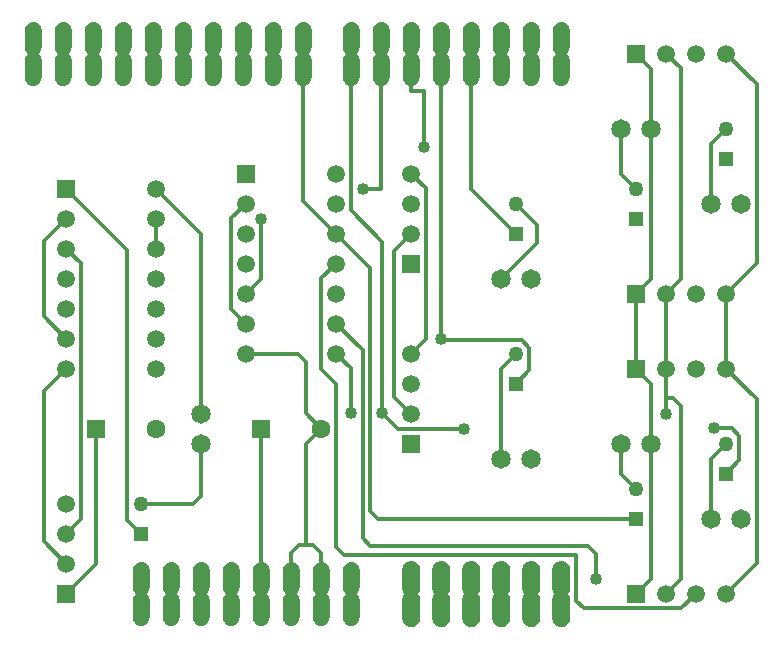
<source format=gbr>
G04 DipTrace 2.4.0.2*
%INBottom.gbr*%
%MOIN*%
%ADD14C,0.013*%
%ADD16C,0.05*%
%ADD17R,0.05X0.05*%
%ADD18R,0.0591X0.0591*%
%ADD19C,0.0591*%
%ADD20C,0.065*%
%ADD21C,0.063*%
%ADD22R,0.063X0.063*%
%ADD23C,0.04*%
%FSLAX44Y44*%
G04*
G70*
G90*
G75*
G01*
%LNBottom*%
%LPD*%
X10440Y11440D2*
D14*
Y17440D1*
X8940Y18940D1*
X6940Y10940D2*
Y6440D1*
X5940Y5440D1*
X24940D2*
X25440Y5940D1*
Y10440D1*
X12440Y5940D2*
Y10940D1*
X25440Y20940D2*
Y22940D1*
X24940Y23440D1*
Y15440D2*
X25440Y15940D1*
Y20940D1*
X24940Y12940D2*
Y15440D1*
X25440Y10440D2*
Y12440D1*
X24940Y12940D1*
X27940Y5440D2*
X28960Y6460D1*
Y11920D1*
X27940Y12940D1*
X17440Y13440D2*
X17930Y13930D1*
Y18950D1*
X17440Y19440D1*
X27940Y15440D2*
X28960Y16460D1*
Y22420D1*
X27940Y23440D1*
Y12940D2*
Y15440D1*
X11940Y18440D2*
X11450Y17950D1*
Y14930D1*
X11940Y14440D1*
X5940Y13940D2*
X5190Y14690D1*
Y17190D1*
X5940Y17940D1*
X14940Y14440D2*
X15825Y13555D1*
Y7283D1*
X16085Y7023D1*
X23330D1*
X23590Y6763D1*
Y5940D1*
X5940Y18940D2*
X7976Y16905D1*
Y7905D1*
X8440Y7440D1*
X19440Y22940D2*
Y18940D1*
X20940Y17440D1*
Y12440D2*
X21385Y12885D1*
Y13625D1*
X21125Y13885D1*
X18485D1*
X18440Y13930D1*
Y22940D1*
Y13930D2*
D3*
X17440Y22940D2*
Y22210D1*
X17874D1*
Y20325D1*
X16440Y22940D2*
Y18930D1*
X15835D1*
X12430Y17930D2*
Y15930D1*
X11940Y15440D1*
X27530Y10960D2*
X28125D1*
X28385Y10700D1*
Y9885D1*
X27940Y9440D1*
X15430Y11450D2*
Y12950D1*
X14940Y13440D1*
X16480Y11450D2*
X17000Y10930D1*
X19193D1*
X15440Y22940D2*
Y18220D1*
X16480Y17180D1*
Y11450D1*
X14940Y17440D2*
X16085Y16295D1*
Y8200D1*
X16345Y7940D1*
X24940D1*
X13840Y22940D2*
Y18540D1*
X14940Y17440D1*
X25940Y23440D2*
X26430Y22950D1*
Y15930D1*
X25940Y15440D1*
X11940Y13440D2*
X13670D1*
X13930Y13180D1*
Y11450D1*
X14440Y10940D1*
X13930Y10430D1*
Y7061D1*
X14180D1*
X14440Y6801D1*
Y5940D1*
X5940Y12940D2*
X5190Y12190D1*
Y7190D1*
X5940Y6440D1*
X17440Y11440D2*
X16875Y12006D1*
Y16875D1*
X17440Y17440D1*
X25940Y12940D2*
Y11970D1*
X26170D1*
X26430Y11710D1*
Y5930D1*
X25940Y5440D1*
Y11440D2*
Y11970D1*
Y15440D2*
Y12940D1*
X13440Y5940D2*
Y6801D1*
X13700Y7061D1*
X13930D1*
X20940Y18440D2*
X21645Y17735D1*
Y17145D1*
X20440Y15940D1*
X20940Y13440D2*
X20440Y12940D1*
Y9940D1*
X24940Y18940D2*
X24440Y19440D1*
Y20940D1*
X8440Y8440D2*
X10180D1*
X10440Y8700D1*
Y10440D1*
X27940Y20940D2*
X27440Y20440D1*
Y18440D1*
X5940Y7440D2*
X6430Y7930D1*
Y16450D1*
X5940Y16940D1*
X14940Y16440D2*
X14450Y15950D1*
Y12940D1*
X14950Y12440D1*
Y6990D1*
X15210Y6731D1*
X22935D1*
Y5210D1*
X23195Y4950D1*
X26450D1*
X26940Y5440D1*
X27940Y10440D2*
X27440Y9940D1*
Y7940D1*
X8940Y16940D2*
Y17940D1*
X24940Y8940D2*
X24440Y9440D1*
Y10440D1*
D23*
X23590Y5940D3*
X18440Y13930D3*
X17874Y20325D3*
X12430Y17930D3*
X15835Y18930D3*
X19193Y10930D3*
X27530Y10960D3*
X16480Y11450D3*
X15430D3*
X25940Y11440D3*
G36*
X17140Y5240D2*
X17158Y5343D1*
X17210Y5433D1*
X17290Y5500D1*
X17388Y5536D1*
X17492D1*
X17590Y5500D1*
X17670Y5433D1*
X17722Y5343D1*
X17740Y5240D1*
Y4640D1*
X17722Y4538D1*
X17670Y4448D1*
X17590Y4380D1*
X17493Y4345D1*
X17388D1*
X17290Y4380D1*
X17211Y4447D1*
X17158Y4537D1*
X17140Y4640D1*
Y5240D1*
G37*
G36*
X18140D2*
X18158Y5343D1*
X18210Y5433D1*
X18290Y5500D1*
X18388Y5536D1*
X18492D1*
X18590Y5500D1*
X18670Y5433D1*
X18722Y5343D1*
X18740Y5240D1*
Y4640D1*
X18722Y4538D1*
X18670Y4448D1*
X18590Y4380D1*
X18493Y4345D1*
X18388D1*
X18290Y4380D1*
X18211Y4447D1*
X18158Y4537D1*
X18140Y4640D1*
Y5240D1*
G37*
G36*
X19140D2*
X19158Y5343D1*
X19210Y5433D1*
X19290Y5500D1*
X19388Y5536D1*
X19492D1*
X19590Y5500D1*
X19670Y5433D1*
X19722Y5343D1*
X19740Y5240D1*
Y4640D1*
X19722Y4538D1*
X19670Y4448D1*
X19590Y4380D1*
X19493Y4345D1*
X19388D1*
X19290Y4380D1*
X19211Y4447D1*
X19158Y4537D1*
X19140Y4640D1*
Y5240D1*
G37*
G36*
X20140D2*
X20158Y5343D1*
X20210Y5433D1*
X20290Y5500D1*
X20388Y5536D1*
X20492D1*
X20590Y5500D1*
X20670Y5433D1*
X20722Y5343D1*
X20740Y5240D1*
Y4640D1*
X20722Y4538D1*
X20670Y4448D1*
X20590Y4380D1*
X20493Y4345D1*
X20388D1*
X20290Y4380D1*
X20211Y4447D1*
X20158Y4537D1*
X20140Y4640D1*
Y5240D1*
G37*
G36*
X21140D2*
X21158Y5343D1*
X21210Y5433D1*
X21290Y5500D1*
X21388Y5536D1*
X21492D1*
X21590Y5500D1*
X21670Y5433D1*
X21722Y5343D1*
X21740Y5240D1*
Y4640D1*
X21722Y4538D1*
X21670Y4448D1*
X21590Y4380D1*
X21493Y4345D1*
X21388D1*
X21290Y4380D1*
X21211Y4447D1*
X21158Y4537D1*
X21140Y4640D1*
Y5240D1*
G37*
G36*
X22140D2*
X22158Y5343D1*
X22210Y5433D1*
X22290Y5500D1*
X22388Y5536D1*
X22492D1*
X22590Y5500D1*
X22670Y5433D1*
X22722Y5343D1*
X22740Y5240D1*
Y4640D1*
X22722Y4538D1*
X22670Y4448D1*
X22590Y4380D1*
X22493Y4345D1*
X22388D1*
X22290Y4380D1*
X22211Y4447D1*
X22158Y4537D1*
X22140Y4640D1*
Y5240D1*
G37*
G36*
X22727Y23653D2*
X22710Y23555D1*
X22660Y23469D1*
X22584Y23405D1*
X22490Y23371D1*
X22391Y23370D1*
X22297Y23404D1*
X22220Y23468D1*
X22171Y23555D1*
X22153Y23653D1*
Y24227D1*
X22170Y24325D1*
X22220Y24411D1*
X22296Y24476D1*
X22390Y24510D1*
X22490D1*
X22583Y24476D1*
X22660Y24412D1*
X22710Y24326D1*
X22727Y24227D1*
Y23653D1*
G37*
G36*
X21727D2*
X21710Y23555D1*
X21660Y23469D1*
X21584Y23405D1*
X21490Y23371D1*
X21391Y23370D1*
X21297Y23404D1*
X21220Y23468D1*
X21171Y23555D1*
X21153Y23653D1*
Y24227D1*
X21170Y24325D1*
X21220Y24411D1*
X21296Y24476D1*
X21390Y24510D1*
X21490D1*
X21583Y24476D1*
X21660Y24412D1*
X21710Y24326D1*
X21727Y24227D1*
Y23653D1*
G37*
G36*
X20727D2*
X20710Y23555D1*
X20660Y23469D1*
X20584Y23405D1*
X20490Y23371D1*
X20391Y23370D1*
X20297Y23404D1*
X20220Y23468D1*
X20171Y23555D1*
X20153Y23653D1*
Y24227D1*
X20170Y24325D1*
X20220Y24411D1*
X20296Y24476D1*
X20390Y24510D1*
X20490D1*
X20583Y24476D1*
X20660Y24412D1*
X20710Y24326D1*
X20727Y24227D1*
Y23653D1*
G37*
G36*
X19727D2*
X19710Y23555D1*
X19660Y23469D1*
X19584Y23405D1*
X19490Y23371D1*
X19391Y23370D1*
X19297Y23404D1*
X19220Y23468D1*
X19171Y23555D1*
X19153Y23653D1*
Y24227D1*
X19170Y24325D1*
X19220Y24411D1*
X19296Y24476D1*
X19390Y24510D1*
X19490D1*
X19583Y24476D1*
X19660Y24412D1*
X19710Y24326D1*
X19727Y24227D1*
Y23653D1*
G37*
G36*
X18727D2*
X18710Y23555D1*
X18660Y23469D1*
X18584Y23405D1*
X18490Y23371D1*
X18391Y23370D1*
X18297Y23404D1*
X18220Y23468D1*
X18171Y23555D1*
X18153Y23653D1*
Y24227D1*
X18170Y24325D1*
X18220Y24411D1*
X18296Y24476D1*
X18390Y24510D1*
X18490D1*
X18583Y24476D1*
X18660Y24412D1*
X18710Y24326D1*
X18727Y24227D1*
Y23653D1*
G37*
G36*
X17727D2*
X17710Y23555D1*
X17660Y23469D1*
X17584Y23405D1*
X17490Y23371D1*
X17391Y23370D1*
X17297Y23404D1*
X17220Y23468D1*
X17171Y23555D1*
X17153Y23653D1*
Y24227D1*
X17170Y24325D1*
X17220Y24411D1*
X17296Y24476D1*
X17390Y24510D1*
X17490D1*
X17583Y24476D1*
X17660Y24412D1*
X17710Y24326D1*
X17727Y24227D1*
Y23653D1*
G37*
G36*
X16727D2*
X16710Y23555D1*
X16660Y23469D1*
X16584Y23405D1*
X16490Y23371D1*
X16391Y23370D1*
X16297Y23404D1*
X16220Y23468D1*
X16171Y23555D1*
X16153Y23653D1*
Y24227D1*
X16170Y24325D1*
X16220Y24411D1*
X16296Y24476D1*
X16390Y24510D1*
X16490D1*
X16583Y24476D1*
X16660Y24412D1*
X16710Y24326D1*
X16727Y24227D1*
Y23653D1*
G37*
G36*
X15727D2*
X15710Y23555D1*
X15660Y23469D1*
X15584Y23405D1*
X15490Y23371D1*
X15391Y23370D1*
X15297Y23404D1*
X15220Y23468D1*
X15171Y23555D1*
X15153Y23653D1*
Y24227D1*
X15170Y24325D1*
X15220Y24411D1*
X15296Y24476D1*
X15390Y24510D1*
X15490D1*
X15583Y24476D1*
X15660Y24412D1*
X15710Y24326D1*
X15727Y24227D1*
Y23653D1*
G37*
G36*
X8153Y5227D2*
X8170Y5325D1*
X8220Y5411D1*
X8296Y5476D1*
X8390Y5510D1*
X8490D1*
X8583Y5476D1*
X8660Y5412D1*
X8710Y5326D1*
X8727Y5227D1*
Y4653D1*
X8710Y4555D1*
X8660Y4469D1*
X8584Y4405D1*
X8490Y4371D1*
X8391Y4370D1*
X8297Y4404D1*
X8220Y4468D1*
X8171Y4555D1*
X8153Y4653D1*
Y5227D1*
G37*
G36*
X9153D2*
X9170Y5325D1*
X9220Y5411D1*
X9296Y5476D1*
X9390Y5510D1*
X9490D1*
X9583Y5476D1*
X9660Y5412D1*
X9710Y5326D1*
X9727Y5227D1*
Y4653D1*
X9710Y4555D1*
X9660Y4469D1*
X9584Y4405D1*
X9490Y4371D1*
X9391Y4370D1*
X9297Y4404D1*
X9220Y4468D1*
X9171Y4555D1*
X9153Y4653D1*
Y5227D1*
G37*
G36*
X10153D2*
X10170Y5325D1*
X10220Y5411D1*
X10296Y5476D1*
X10390Y5510D1*
X10490D1*
X10583Y5476D1*
X10660Y5412D1*
X10710Y5326D1*
X10727Y5227D1*
Y4653D1*
X10710Y4555D1*
X10660Y4469D1*
X10584Y4405D1*
X10490Y4371D1*
X10391Y4370D1*
X10297Y4404D1*
X10220Y4468D1*
X10171Y4555D1*
X10153Y4653D1*
Y5227D1*
G37*
G36*
X11153D2*
X11170Y5325D1*
X11220Y5411D1*
X11296Y5476D1*
X11390Y5510D1*
X11490D1*
X11583Y5476D1*
X11660Y5412D1*
X11710Y5326D1*
X11727Y5227D1*
Y4653D1*
X11710Y4555D1*
X11660Y4469D1*
X11584Y4405D1*
X11490Y4371D1*
X11391Y4370D1*
X11297Y4404D1*
X11220Y4468D1*
X11171Y4555D1*
X11153Y4653D1*
Y5227D1*
G37*
G36*
X12153D2*
X12170Y5325D1*
X12220Y5411D1*
X12296Y5476D1*
X12390Y5510D1*
X12490D1*
X12583Y5476D1*
X12660Y5412D1*
X12710Y5326D1*
X12727Y5227D1*
Y4653D1*
X12710Y4555D1*
X12660Y4469D1*
X12584Y4405D1*
X12490Y4371D1*
X12391Y4370D1*
X12297Y4404D1*
X12220Y4468D1*
X12171Y4555D1*
X12153Y4653D1*
Y5227D1*
G37*
G36*
X13153D2*
X13170Y5325D1*
X13220Y5411D1*
X13296Y5476D1*
X13390Y5510D1*
X13490D1*
X13583Y5476D1*
X13660Y5412D1*
X13710Y5326D1*
X13727Y5227D1*
Y4653D1*
X13710Y4555D1*
X13660Y4469D1*
X13584Y4405D1*
X13490Y4371D1*
X13391Y4370D1*
X13297Y4404D1*
X13220Y4468D1*
X13171Y4555D1*
X13153Y4653D1*
Y5227D1*
G37*
G36*
X14153D2*
X14170Y5325D1*
X14220Y5411D1*
X14296Y5476D1*
X14390Y5510D1*
X14490D1*
X14583Y5476D1*
X14660Y5412D1*
X14710Y5326D1*
X14727Y5227D1*
Y4653D1*
X14710Y4555D1*
X14660Y4469D1*
X14584Y4405D1*
X14490Y4371D1*
X14391Y4370D1*
X14297Y4404D1*
X14220Y4468D1*
X14171Y4555D1*
X14153Y4653D1*
Y5227D1*
G37*
G36*
X15153D2*
X15170Y5325D1*
X15220Y5411D1*
X15296Y5476D1*
X15390Y5510D1*
X15490D1*
X15583Y5476D1*
X15660Y5412D1*
X15710Y5326D1*
X15727Y5227D1*
Y4653D1*
X15710Y4555D1*
X15660Y4469D1*
X15584Y4405D1*
X15490Y4371D1*
X15391Y4370D1*
X15297Y4404D1*
X15220Y4468D1*
X15171Y4555D1*
X15153Y4653D1*
Y5227D1*
G37*
G36*
X14127Y23653D2*
X14110Y23555D1*
X14060Y23469D1*
X13984Y23405D1*
X13890Y23371D1*
X13791Y23370D1*
X13697Y23404D1*
X13620Y23468D1*
X13571Y23555D1*
X13553Y23653D1*
Y24227D1*
X13570Y24325D1*
X13620Y24411D1*
X13696Y24476D1*
X13790Y24510D1*
X13890D1*
X13983Y24476D1*
X14060Y24412D1*
X14110Y24326D1*
X14127Y24227D1*
Y23653D1*
G37*
G36*
X13127D2*
X13110Y23555D1*
X13060Y23469D1*
X12984Y23405D1*
X12890Y23371D1*
X12791Y23370D1*
X12697Y23404D1*
X12620Y23468D1*
X12571Y23555D1*
X12553Y23653D1*
Y24227D1*
X12570Y24325D1*
X12620Y24411D1*
X12696Y24476D1*
X12790Y24510D1*
X12890D1*
X12983Y24476D1*
X13060Y24412D1*
X13110Y24326D1*
X13127Y24227D1*
Y23653D1*
G37*
G36*
X12127D2*
X12110Y23555D1*
X12060Y23469D1*
X11984Y23405D1*
X11890Y23371D1*
X11791Y23370D1*
X11697Y23404D1*
X11620Y23468D1*
X11571Y23555D1*
X11553Y23653D1*
Y24227D1*
X11570Y24325D1*
X11620Y24411D1*
X11696Y24476D1*
X11790Y24510D1*
X11890D1*
X11983Y24476D1*
X12060Y24412D1*
X12110Y24326D1*
X12127Y24227D1*
Y23653D1*
G37*
G36*
X11127D2*
X11110Y23555D1*
X11060Y23469D1*
X10984Y23405D1*
X10890Y23371D1*
X10791Y23370D1*
X10697Y23404D1*
X10620Y23468D1*
X10571Y23555D1*
X10553Y23653D1*
Y24227D1*
X10570Y24325D1*
X10620Y24411D1*
X10696Y24476D1*
X10790Y24510D1*
X10890D1*
X10983Y24476D1*
X11060Y24412D1*
X11110Y24326D1*
X11127Y24227D1*
Y23653D1*
G37*
G36*
X10127D2*
X10110Y23555D1*
X10060Y23469D1*
X9984Y23405D1*
X9890Y23371D1*
X9791Y23370D1*
X9697Y23404D1*
X9620Y23468D1*
X9571Y23555D1*
X9553Y23653D1*
Y24227D1*
X9570Y24325D1*
X9620Y24411D1*
X9696Y24476D1*
X9790Y24510D1*
X9890D1*
X9983Y24476D1*
X10060Y24412D1*
X10110Y24326D1*
X10127Y24227D1*
Y23653D1*
G37*
G36*
X9127D2*
X9110Y23555D1*
X9060Y23469D1*
X8984Y23405D1*
X8890Y23371D1*
X8791Y23370D1*
X8697Y23404D1*
X8620Y23468D1*
X8571Y23555D1*
X8553Y23653D1*
Y24227D1*
X8570Y24325D1*
X8620Y24411D1*
X8696Y24476D1*
X8790Y24510D1*
X8890D1*
X8983Y24476D1*
X9060Y24412D1*
X9110Y24326D1*
X9127Y24227D1*
Y23653D1*
G37*
G36*
X8127D2*
X8110Y23555D1*
X8060Y23469D1*
X7984Y23405D1*
X7890Y23371D1*
X7791Y23370D1*
X7697Y23404D1*
X7620Y23468D1*
X7571Y23555D1*
X7553Y23653D1*
Y24227D1*
X7570Y24325D1*
X7620Y24411D1*
X7696Y24476D1*
X7790Y24510D1*
X7890D1*
X7983Y24476D1*
X8060Y24412D1*
X8110Y24326D1*
X8127Y24227D1*
Y23653D1*
G37*
G36*
X7127D2*
X7110Y23555D1*
X7060Y23469D1*
X6984Y23405D1*
X6890Y23371D1*
X6791Y23370D1*
X6697Y23404D1*
X6620Y23468D1*
X6571Y23555D1*
X6553Y23653D1*
Y24227D1*
X6570Y24325D1*
X6620Y24411D1*
X6696Y24476D1*
X6790Y24510D1*
X6890D1*
X6983Y24476D1*
X7060Y24412D1*
X7110Y24326D1*
X7127Y24227D1*
Y23653D1*
G37*
G36*
X6127D2*
X6110Y23555D1*
X6060Y23469D1*
X5984Y23405D1*
X5890Y23371D1*
X5791Y23370D1*
X5697Y23404D1*
X5620Y23468D1*
X5571Y23555D1*
X5553Y23653D1*
Y24227D1*
X5570Y24325D1*
X5620Y24411D1*
X5696Y24476D1*
X5790Y24510D1*
X5890D1*
X5983Y24476D1*
X6060Y24412D1*
X6110Y24326D1*
X6127Y24227D1*
Y23653D1*
G37*
G36*
X5127D2*
X5110Y23555D1*
X5060Y23469D1*
X4984Y23405D1*
X4890Y23371D1*
X4791Y23370D1*
X4697Y23404D1*
X4620Y23468D1*
X4571Y23555D1*
X4553Y23653D1*
Y24227D1*
X4570Y24325D1*
X4620Y24411D1*
X4696Y24476D1*
X4790Y24510D1*
X4890D1*
X4983Y24476D1*
X5060Y24412D1*
X5110Y24326D1*
X5127Y24227D1*
Y23653D1*
G37*
G36*
X14127Y22653D2*
X14110Y22555D1*
X14060Y22469D1*
X13984Y22405D1*
X13890Y22371D1*
X13791Y22370D1*
X13697Y22404D1*
X13620Y22468D1*
X13571Y22555D1*
X13553Y22653D1*
Y23227D1*
X13570Y23325D1*
X13620Y23411D1*
X13696Y23476D1*
X13790Y23510D1*
X13890D1*
X13983Y23476D1*
X14060Y23412D1*
X14110Y23326D1*
X14127Y23227D1*
Y22653D1*
G37*
G36*
X13127D2*
X13110Y22555D1*
X13060Y22469D1*
X12984Y22405D1*
X12890Y22371D1*
X12791Y22370D1*
X12697Y22404D1*
X12620Y22468D1*
X12571Y22555D1*
X12553Y22653D1*
Y23227D1*
X12570Y23325D1*
X12620Y23411D1*
X12696Y23476D1*
X12790Y23510D1*
X12890D1*
X12983Y23476D1*
X13060Y23412D1*
X13110Y23326D1*
X13127Y23227D1*
Y22653D1*
G37*
G36*
X12127D2*
X12110Y22555D1*
X12060Y22469D1*
X11984Y22405D1*
X11890Y22371D1*
X11791Y22370D1*
X11697Y22404D1*
X11620Y22468D1*
X11571Y22555D1*
X11553Y22653D1*
Y23227D1*
X11570Y23325D1*
X11620Y23411D1*
X11696Y23476D1*
X11790Y23510D1*
X11890D1*
X11983Y23476D1*
X12060Y23412D1*
X12110Y23326D1*
X12127Y23227D1*
Y22653D1*
G37*
G36*
X11127D2*
X11110Y22555D1*
X11060Y22469D1*
X10984Y22405D1*
X10890Y22371D1*
X10791Y22370D1*
X10697Y22404D1*
X10620Y22468D1*
X10571Y22555D1*
X10553Y22653D1*
Y23227D1*
X10570Y23325D1*
X10620Y23411D1*
X10696Y23476D1*
X10790Y23510D1*
X10890D1*
X10983Y23476D1*
X11060Y23412D1*
X11110Y23326D1*
X11127Y23227D1*
Y22653D1*
G37*
G36*
X10127D2*
X10110Y22555D1*
X10060Y22469D1*
X9984Y22405D1*
X9890Y22371D1*
X9791Y22370D1*
X9697Y22404D1*
X9620Y22468D1*
X9571Y22555D1*
X9553Y22653D1*
Y23227D1*
X9570Y23325D1*
X9620Y23411D1*
X9696Y23476D1*
X9790Y23510D1*
X9890D1*
X9983Y23476D1*
X10060Y23412D1*
X10110Y23326D1*
X10127Y23227D1*
Y22653D1*
G37*
G36*
X9127D2*
X9110Y22555D1*
X9060Y22469D1*
X8984Y22405D1*
X8890Y22371D1*
X8791Y22370D1*
X8697Y22404D1*
X8620Y22468D1*
X8571Y22555D1*
X8553Y22653D1*
Y23227D1*
X8570Y23325D1*
X8620Y23411D1*
X8696Y23476D1*
X8790Y23510D1*
X8890D1*
X8983Y23476D1*
X9060Y23412D1*
X9110Y23326D1*
X9127Y23227D1*
Y22653D1*
G37*
G36*
X8127D2*
X8110Y22555D1*
X8060Y22469D1*
X7984Y22405D1*
X7890Y22371D1*
X7791Y22370D1*
X7697Y22404D1*
X7620Y22468D1*
X7571Y22555D1*
X7553Y22653D1*
Y23227D1*
X7570Y23325D1*
X7620Y23411D1*
X7696Y23476D1*
X7790Y23510D1*
X7890D1*
X7983Y23476D1*
X8060Y23412D1*
X8110Y23326D1*
X8127Y23227D1*
Y22653D1*
G37*
G36*
X7127D2*
X7110Y22555D1*
X7060Y22469D1*
X6984Y22405D1*
X6890Y22371D1*
X6791Y22370D1*
X6697Y22404D1*
X6620Y22468D1*
X6571Y22555D1*
X6553Y22653D1*
Y23227D1*
X6570Y23325D1*
X6620Y23411D1*
X6696Y23476D1*
X6790Y23510D1*
X6890D1*
X6983Y23476D1*
X7060Y23412D1*
X7110Y23326D1*
X7127Y23227D1*
Y22653D1*
G37*
G36*
X6127D2*
X6110Y22555D1*
X6060Y22469D1*
X5984Y22405D1*
X5890Y22371D1*
X5791Y22370D1*
X5697Y22404D1*
X5620Y22468D1*
X5571Y22555D1*
X5553Y22653D1*
Y23227D1*
X5570Y23325D1*
X5620Y23411D1*
X5696Y23476D1*
X5790Y23510D1*
X5890D1*
X5983Y23476D1*
X6060Y23412D1*
X6110Y23326D1*
X6127Y23227D1*
Y22653D1*
G37*
G36*
X5127D2*
X5110Y22555D1*
X5060Y22469D1*
X4984Y22405D1*
X4890Y22371D1*
X4791Y22370D1*
X4697Y22404D1*
X4620Y22468D1*
X4571Y22555D1*
X4553Y22653D1*
Y23227D1*
X4570Y23325D1*
X4620Y23411D1*
X4696Y23476D1*
X4790Y23510D1*
X4890D1*
X4983Y23476D1*
X5060Y23412D1*
X5110Y23326D1*
X5127Y23227D1*
Y22653D1*
G37*
G36*
X22727D2*
X22710Y22555D1*
X22660Y22469D1*
X22584Y22405D1*
X22490Y22371D1*
X22391Y22370D1*
X22297Y22404D1*
X22220Y22468D1*
X22171Y22555D1*
X22153Y22653D1*
Y23227D1*
X22170Y23325D1*
X22220Y23411D1*
X22296Y23476D1*
X22390Y23510D1*
X22490D1*
X22583Y23476D1*
X22660Y23412D1*
X22710Y23326D1*
X22727Y23227D1*
Y22653D1*
G37*
G36*
X21727D2*
X21710Y22555D1*
X21660Y22469D1*
X21584Y22405D1*
X21490Y22371D1*
X21391Y22370D1*
X21297Y22404D1*
X21220Y22468D1*
X21171Y22555D1*
X21153Y22653D1*
Y23227D1*
X21170Y23325D1*
X21220Y23411D1*
X21296Y23476D1*
X21390Y23510D1*
X21490D1*
X21583Y23476D1*
X21660Y23412D1*
X21710Y23326D1*
X21727Y23227D1*
Y22653D1*
G37*
G36*
X20727D2*
X20710Y22555D1*
X20660Y22469D1*
X20584Y22405D1*
X20490Y22371D1*
X20391Y22370D1*
X20297Y22404D1*
X20220Y22468D1*
X20171Y22555D1*
X20153Y22653D1*
Y23227D1*
X20170Y23325D1*
X20220Y23411D1*
X20296Y23476D1*
X20390Y23510D1*
X20490D1*
X20583Y23476D1*
X20660Y23412D1*
X20710Y23326D1*
X20727Y23227D1*
Y22653D1*
G37*
G36*
X19727D2*
X19710Y22555D1*
X19660Y22469D1*
X19584Y22405D1*
X19490Y22371D1*
X19391Y22370D1*
X19297Y22404D1*
X19220Y22468D1*
X19171Y22555D1*
X19153Y22653D1*
Y23227D1*
X19170Y23325D1*
X19220Y23411D1*
X19296Y23476D1*
X19390Y23510D1*
X19490D1*
X19583Y23476D1*
X19660Y23412D1*
X19710Y23326D1*
X19727Y23227D1*
Y22653D1*
G37*
G36*
X18727D2*
X18710Y22555D1*
X18660Y22469D1*
X18584Y22405D1*
X18490Y22371D1*
X18391Y22370D1*
X18297Y22404D1*
X18220Y22468D1*
X18171Y22555D1*
X18153Y22653D1*
Y23227D1*
X18170Y23325D1*
X18220Y23411D1*
X18296Y23476D1*
X18390Y23510D1*
X18490D1*
X18583Y23476D1*
X18660Y23412D1*
X18710Y23326D1*
X18727Y23227D1*
Y22653D1*
G37*
G36*
X17727D2*
X17710Y22555D1*
X17660Y22469D1*
X17584Y22405D1*
X17490Y22371D1*
X17391Y22370D1*
X17297Y22404D1*
X17220Y22468D1*
X17171Y22555D1*
X17153Y22653D1*
Y23227D1*
X17170Y23325D1*
X17220Y23411D1*
X17296Y23476D1*
X17390Y23510D1*
X17490D1*
X17583Y23476D1*
X17660Y23412D1*
X17710Y23326D1*
X17727Y23227D1*
Y22653D1*
G37*
G36*
X16727D2*
X16710Y22555D1*
X16660Y22469D1*
X16584Y22405D1*
X16490Y22371D1*
X16391Y22370D1*
X16297Y22404D1*
X16220Y22468D1*
X16171Y22555D1*
X16153Y22653D1*
Y23227D1*
X16170Y23325D1*
X16220Y23411D1*
X16296Y23476D1*
X16390Y23510D1*
X16490D1*
X16583Y23476D1*
X16660Y23412D1*
X16710Y23326D1*
X16727Y23227D1*
Y22653D1*
G37*
G36*
X15727D2*
X15710Y22555D1*
X15660Y22469D1*
X15584Y22405D1*
X15490Y22371D1*
X15391Y22370D1*
X15297Y22404D1*
X15220Y22468D1*
X15171Y22555D1*
X15153Y22653D1*
Y23227D1*
X15170Y23325D1*
X15220Y23411D1*
X15296Y23476D1*
X15390Y23510D1*
X15490D1*
X15583Y23476D1*
X15660Y23412D1*
X15710Y23326D1*
X15727Y23227D1*
Y22653D1*
G37*
G36*
X17140Y6240D2*
X17158Y6343D1*
X17210Y6433D1*
X17290Y6500D1*
X17388Y6536D1*
X17492D1*
X17590Y6500D1*
X17670Y6433D1*
X17722Y6343D1*
X17740Y6240D1*
Y5640D1*
X17722Y5538D1*
X17670Y5448D1*
X17590Y5380D1*
X17493Y5345D1*
X17388D1*
X17290Y5380D1*
X17211Y5447D1*
X17158Y5537D1*
X17140Y5640D1*
Y6240D1*
G37*
G36*
X18140D2*
X18158Y6343D1*
X18210Y6433D1*
X18290Y6500D1*
X18388Y6536D1*
X18492D1*
X18590Y6500D1*
X18670Y6433D1*
X18722Y6343D1*
X18740Y6240D1*
Y5640D1*
X18722Y5538D1*
X18670Y5448D1*
X18590Y5380D1*
X18493Y5345D1*
X18388D1*
X18290Y5380D1*
X18211Y5447D1*
X18158Y5537D1*
X18140Y5640D1*
Y6240D1*
G37*
G36*
X19140D2*
X19158Y6343D1*
X19210Y6433D1*
X19290Y6500D1*
X19388Y6536D1*
X19492D1*
X19590Y6500D1*
X19670Y6433D1*
X19722Y6343D1*
X19740Y6240D1*
Y5640D1*
X19722Y5538D1*
X19670Y5448D1*
X19590Y5380D1*
X19493Y5345D1*
X19388D1*
X19290Y5380D1*
X19211Y5447D1*
X19158Y5537D1*
X19140Y5640D1*
Y6240D1*
G37*
G36*
X20140D2*
X20158Y6343D1*
X20210Y6433D1*
X20290Y6500D1*
X20388Y6536D1*
X20492D1*
X20590Y6500D1*
X20670Y6433D1*
X20722Y6343D1*
X20740Y6240D1*
Y5640D1*
X20722Y5538D1*
X20670Y5448D1*
X20590Y5380D1*
X20493Y5345D1*
X20388D1*
X20290Y5380D1*
X20211Y5447D1*
X20158Y5537D1*
X20140Y5640D1*
Y6240D1*
G37*
G36*
X21140D2*
X21158Y6343D1*
X21210Y6433D1*
X21290Y6500D1*
X21388Y6536D1*
X21492D1*
X21590Y6500D1*
X21670Y6433D1*
X21722Y6343D1*
X21740Y6240D1*
Y5640D1*
X21722Y5538D1*
X21670Y5448D1*
X21590Y5380D1*
X21493Y5345D1*
X21388D1*
X21290Y5380D1*
X21211Y5447D1*
X21158Y5537D1*
X21140Y5640D1*
Y6240D1*
G37*
G36*
X22140D2*
X22158Y6343D1*
X22210Y6433D1*
X22290Y6500D1*
X22388Y6536D1*
X22492D1*
X22590Y6500D1*
X22670Y6433D1*
X22722Y6343D1*
X22740Y6240D1*
Y5640D1*
X22722Y5538D1*
X22670Y5448D1*
X22590Y5380D1*
X22493Y5345D1*
X22388D1*
X22290Y5380D1*
X22211Y5447D1*
X22158Y5537D1*
X22140Y5640D1*
Y6240D1*
G37*
G36*
X8153Y6227D2*
X8170Y6325D1*
X8220Y6411D1*
X8296Y6476D1*
X8390Y6510D1*
X8490D1*
X8583Y6476D1*
X8660Y6412D1*
X8710Y6326D1*
X8727Y6227D1*
Y5653D1*
X8710Y5555D1*
X8660Y5469D1*
X8584Y5405D1*
X8490Y5371D1*
X8391Y5370D1*
X8297Y5404D1*
X8220Y5468D1*
X8171Y5555D1*
X8153Y5653D1*
Y6227D1*
G37*
G36*
X9153D2*
X9170Y6325D1*
X9220Y6411D1*
X9296Y6476D1*
X9390Y6510D1*
X9490D1*
X9583Y6476D1*
X9660Y6412D1*
X9710Y6326D1*
X9727Y6227D1*
Y5653D1*
X9710Y5555D1*
X9660Y5469D1*
X9584Y5405D1*
X9490Y5371D1*
X9391Y5370D1*
X9297Y5404D1*
X9220Y5468D1*
X9171Y5555D1*
X9153Y5653D1*
Y6227D1*
G37*
G36*
X10153D2*
X10170Y6325D1*
X10220Y6411D1*
X10296Y6476D1*
X10390Y6510D1*
X10490D1*
X10583Y6476D1*
X10660Y6412D1*
X10710Y6326D1*
X10727Y6227D1*
Y5653D1*
X10710Y5555D1*
X10660Y5469D1*
X10584Y5405D1*
X10490Y5371D1*
X10391Y5370D1*
X10297Y5404D1*
X10220Y5468D1*
X10171Y5555D1*
X10153Y5653D1*
Y6227D1*
G37*
G36*
X11153D2*
X11170Y6325D1*
X11220Y6411D1*
X11296Y6476D1*
X11390Y6510D1*
X11490D1*
X11583Y6476D1*
X11660Y6412D1*
X11710Y6326D1*
X11727Y6227D1*
Y5653D1*
X11710Y5555D1*
X11660Y5469D1*
X11584Y5405D1*
X11490Y5371D1*
X11391Y5370D1*
X11297Y5404D1*
X11220Y5468D1*
X11171Y5555D1*
X11153Y5653D1*
Y6227D1*
G37*
G36*
X12153D2*
X12170Y6325D1*
X12220Y6411D1*
X12296Y6476D1*
X12390Y6510D1*
X12490D1*
X12583Y6476D1*
X12660Y6412D1*
X12710Y6326D1*
X12727Y6227D1*
Y5653D1*
X12710Y5555D1*
X12660Y5469D1*
X12584Y5405D1*
X12490Y5371D1*
X12391Y5370D1*
X12297Y5404D1*
X12220Y5468D1*
X12171Y5555D1*
X12153Y5653D1*
Y6227D1*
G37*
G36*
X13153D2*
X13170Y6325D1*
X13220Y6411D1*
X13296Y6476D1*
X13390Y6510D1*
X13490D1*
X13583Y6476D1*
X13660Y6412D1*
X13710Y6326D1*
X13727Y6227D1*
Y5653D1*
X13710Y5555D1*
X13660Y5469D1*
X13584Y5405D1*
X13490Y5371D1*
X13391Y5370D1*
X13297Y5404D1*
X13220Y5468D1*
X13171Y5555D1*
X13153Y5653D1*
Y6227D1*
G37*
G36*
X14153D2*
X14170Y6325D1*
X14220Y6411D1*
X14296Y6476D1*
X14390Y6510D1*
X14490D1*
X14583Y6476D1*
X14660Y6412D1*
X14710Y6326D1*
X14727Y6227D1*
Y5653D1*
X14710Y5555D1*
X14660Y5469D1*
X14584Y5405D1*
X14490Y5371D1*
X14391Y5370D1*
X14297Y5404D1*
X14220Y5468D1*
X14171Y5555D1*
X14153Y5653D1*
Y6227D1*
G37*
G36*
X15153D2*
X15170Y6325D1*
X15220Y6411D1*
X15296Y6476D1*
X15390Y6510D1*
X15490D1*
X15583Y6476D1*
X15660Y6412D1*
X15710Y6326D1*
X15727Y6227D1*
Y5653D1*
X15710Y5555D1*
X15660Y5469D1*
X15584Y5405D1*
X15490Y5371D1*
X15391Y5370D1*
X15297Y5404D1*
X15220Y5468D1*
X15171Y5555D1*
X15153Y5653D1*
Y6227D1*
G37*
D16*
X8440Y8440D3*
D17*
Y7440D3*
D16*
X20940Y18440D3*
D17*
Y17440D3*
D16*
Y13440D3*
D17*
Y12440D3*
D16*
X27940Y20940D3*
D17*
Y19940D3*
D16*
X24940Y18940D3*
D17*
Y17940D3*
D16*
X27940Y10440D3*
D17*
Y9440D3*
D16*
X24940Y8940D3*
D17*
Y7940D3*
D18*
X5940Y5440D3*
D19*
Y6440D3*
Y7440D3*
Y8440D3*
D18*
X17440Y16440D3*
D19*
Y17440D3*
Y18440D3*
Y19440D3*
D18*
Y10440D3*
D19*
Y11440D3*
Y12440D3*
Y13440D3*
D18*
X24940Y23440D3*
D19*
X25940D3*
X26940D3*
X27940D3*
D18*
X24940Y15440D3*
D19*
X25940D3*
X26940D3*
X27940D3*
D18*
X24940Y12940D3*
D19*
X25940D3*
X26940D3*
X27940D3*
D18*
X24940Y5440D3*
D19*
X25940D3*
X26940D3*
X27940D3*
D20*
X10440Y10440D3*
Y11440D3*
X20440Y15940D3*
X21440D3*
X20440Y9940D3*
X21440D3*
X27440Y18440D3*
X28440D3*
X24440Y20940D3*
X25440D3*
X27440Y7940D3*
X28440D3*
X24440Y10440D3*
X25440D3*
D18*
X5940Y18940D3*
D19*
Y17940D3*
Y16940D3*
Y15940D3*
Y14940D3*
Y13940D3*
Y12940D3*
X8940D3*
Y13940D3*
Y14940D3*
Y15940D3*
Y16940D3*
Y17940D3*
Y18940D3*
D18*
X11940Y19440D3*
D19*
Y18440D3*
Y17440D3*
Y16440D3*
Y15440D3*
Y14440D3*
Y13440D3*
X14940D3*
Y14440D3*
Y15440D3*
Y16440D3*
Y17440D3*
Y18440D3*
Y19440D3*
D21*
X8940Y10940D3*
D22*
X6940D3*
D21*
X14440D3*
D22*
X12440D3*
M02*

</source>
